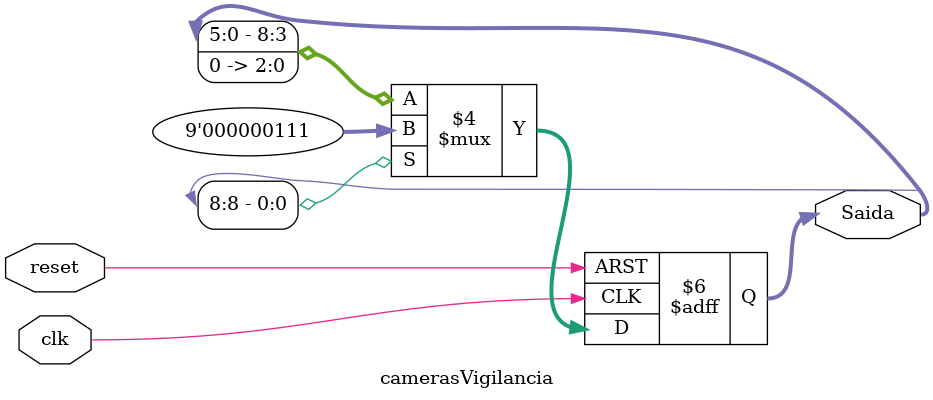
<source format=sv>
module camerasVigilancia(input logic clk, reset, 
                output logic [8:0] Saida);

always_ff @( posedge clk or posedge reset) begin
    if(reset)
            Saida<= 7;
        else 
            if(Saida[8])
                Saida<=7;
            else
                Saida<= Saida << 3;
    end

endmodule
</source>
